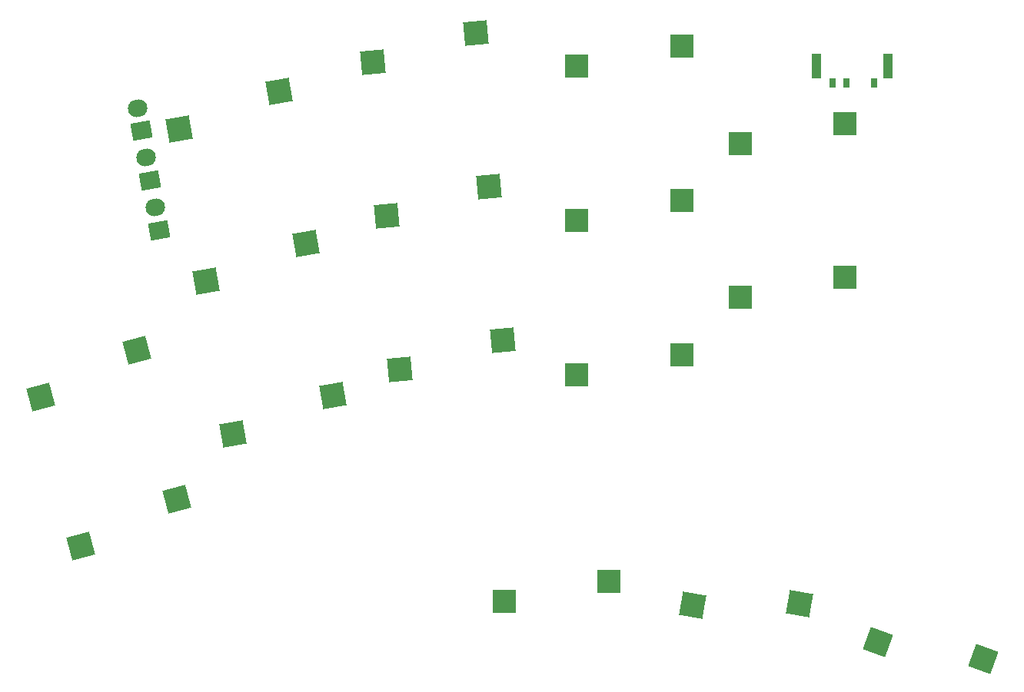
<source format=gbr>
%TF.GenerationSoftware,KiCad,Pcbnew,(6.0.8)*%
%TF.CreationDate,2023-01-01T21:59:49+01:00*%
%TF.ProjectId,rule169,72756c65-3136-4392-9e6b-696361645f70,v1.0.0*%
%TF.SameCoordinates,Original*%
%TF.FileFunction,Paste,Top*%
%TF.FilePolarity,Positive*%
%FSLAX46Y46*%
G04 Gerber Fmt 4.6, Leading zero omitted, Abs format (unit mm)*
G04 Created by KiCad (PCBNEW (6.0.8)) date 2023-01-01 21:59:49*
%MOMM*%
%LPD*%
G01*
G04 APERTURE LIST*
G04 Aperture macros list*
%AMHorizOval*
0 Thick line with rounded ends*
0 $1 width*
0 $2 $3 position (X,Y) of the first rounded end (center of the circle)*
0 $4 $5 position (X,Y) of the second rounded end (center of the circle)*
0 Add line between two ends*
20,1,$1,$2,$3,$4,$5,0*
0 Add two circle primitives to create the rounded ends*
1,1,$1,$2,$3*
1,1,$1,$4,$5*%
%AMRotRect*
0 Rectangle, with rotation*
0 The origin of the aperture is its center*
0 $1 length*
0 $2 width*
0 $3 Rotation angle, in degrees counterclockwise*
0 Add horizontal line*
21,1,$1,$2,0,0,$3*%
G04 Aperture macros list end*
%ADD10HorizOval,1.905000X-0.125071X-0.022053X0.125071X0.022053X0*%
%ADD11RotRect,1.905000X2.159000X100.000000*%
%ADD12RotRect,2.600000X2.600000X5.000000*%
%ADD13R,2.600000X2.600000*%
%ADD14RotRect,2.600000X2.600000X15.000000*%
%ADD15R,0.700000X1.000000*%
%ADD16R,1.000000X2.800000*%
%ADD17RotRect,2.600000X2.600000X10.000000*%
%ADD18RotRect,2.600000X2.600000X340.000000*%
%ADD19RotRect,2.600000X2.600000X350.000000*%
G04 APERTURE END LIST*
D10*
%TO.C,L1*%
X149984042Y-33150014D03*
D11*
X150422330Y-35635669D03*
%TD*%
D12*
%TO.C,S11*%
X190203523Y-58758458D03*
X178889217Y-61956736D03*
%TD*%
D13*
%TO.C,S13*%
X227923729Y-51853880D03*
X216373729Y-54053880D03*
%TD*%
%TO.C,S4*%
X227923731Y-34853873D03*
X216373731Y-37053873D03*
%TD*%
%TO.C,S12*%
X209923730Y-60353877D03*
X198373730Y-62553877D03*
%TD*%
%TO.C,S3*%
X209923726Y-26353870D03*
X198373726Y-28553870D03*
%TD*%
D12*
%TO.C,S2*%
X187240231Y-24887837D03*
X175925925Y-28086115D03*
%TD*%
D13*
%TO.C,S8*%
X209923724Y-43353883D03*
X198373724Y-45553883D03*
%TD*%
D14*
%TO.C,S5*%
X149951808Y-59888404D03*
X139364766Y-65002801D03*
%TD*%
D15*
%TO.C,PSW1*%
X231064000Y-30414566D03*
X228064000Y-30414566D03*
X226564000Y-30414566D03*
D16*
X224714000Y-28514566D03*
X232664000Y-28514566D03*
%TD*%
D17*
%TO.C,S6*%
X168509178Y-48054956D03*
X157516674Y-52227170D03*
%TD*%
D14*
%TO.C,S9*%
X154351731Y-76309149D03*
X143764689Y-81423546D03*
%TD*%
D17*
%TO.C,S1*%
X165557164Y-31313222D03*
X154564660Y-35485436D03*
%TD*%
D12*
%TO.C,S7*%
X188721867Y-41823149D03*
X177407561Y-45021427D03*
%TD*%
D17*
%TO.C,S10*%
X171461190Y-64878479D03*
X160468686Y-69050693D03*
%TD*%
D18*
%TO.C,S14*%
X243144820Y-93878443D03*
X231538926Y-91995434D03*
%TD*%
D19*
%TO.C,S15*%
X222907169Y-87812972D03*
X211150614Y-87973912D03*
%TD*%
D10*
%TO.C,L2*%
X150952999Y-38645246D03*
D11*
X151391287Y-41130901D03*
%TD*%
D10*
%TO.C,L3*%
X151921957Y-44140474D03*
D11*
X152360245Y-46626129D03*
%TD*%
D13*
%TO.C,S16*%
X201923728Y-85353877D03*
X190373728Y-87553877D03*
%TD*%
M02*

</source>
